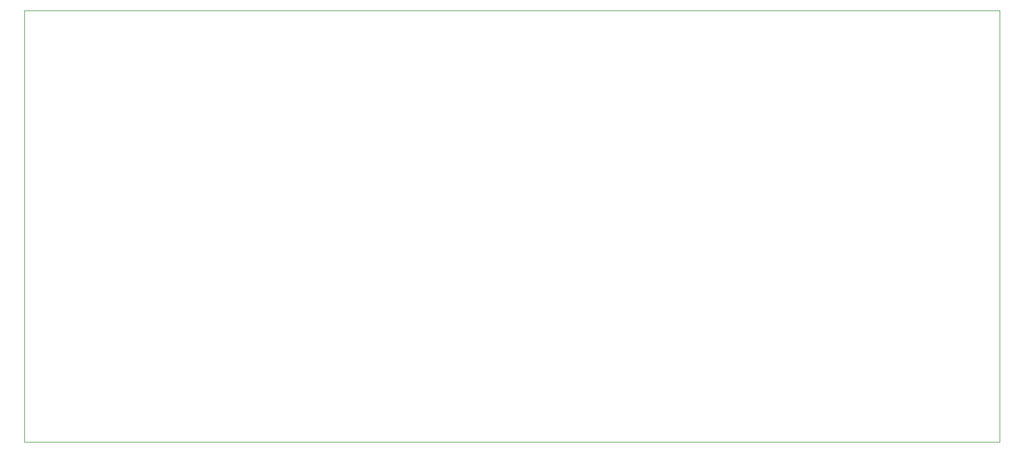
<source format=gbr>
%TF.GenerationSoftware,KiCad,Pcbnew,(5.1.9-0-10_14)*%
%TF.CreationDate,2021-05-02T01:57:54-04:00*%
%TF.ProjectId,RAM_PROGRAMMER,52414d5f-5052-44f4-9752-414d4d45522e,rev?*%
%TF.SameCoordinates,Original*%
%TF.FileFunction,Profile,NP*%
%FSLAX46Y46*%
G04 Gerber Fmt 4.6, Leading zero omitted, Abs format (unit mm)*
G04 Created by KiCad (PCBNEW (5.1.9-0-10_14)) date 2021-05-02 01:57:54*
%MOMM*%
%LPD*%
G01*
G04 APERTURE LIST*
%TA.AperFunction,Profile*%
%ADD10C,0.050000*%
%TD*%
G04 APERTURE END LIST*
D10*
X81002000Y-75692000D02*
X81002000Y-76708000D01*
X230100000Y-75692000D02*
X81002000Y-75692000D01*
X230100000Y-141732000D02*
X230100000Y-75692000D01*
X81002000Y-141732000D02*
X230100000Y-141732000D01*
X81002000Y-139446000D02*
X81002000Y-141732000D01*
X81002000Y-76708000D02*
X81002000Y-139446000D01*
M02*

</source>
